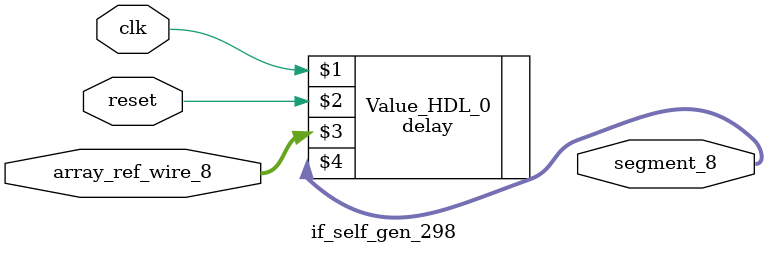
<source format=v>
module if_self_gen_298( input clk, input reset, input [31:0]array_ref_wire_8, output [31:0]segment_8); 
	wire [31:0]segment_8;
	//Proceed with segment_8 = array_ref_wire_8
	delay Value_HDL_0 ( clk, reset, array_ref_wire_8, segment_8);
endmodule
</source>
